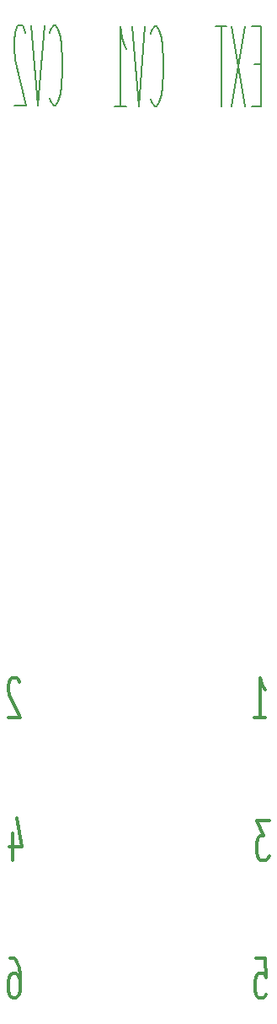
<source format=gbr>
%TF.GenerationSoftware,KiCad,Pcbnew,(6.0.10-0)*%
%TF.CreationDate,2023-02-15T20:01:37+02:00*%
%TF.ProjectId,panel,70616e65-6c2e-46b6-9963-61645f706362,rev?*%
%TF.SameCoordinates,Original*%
%TF.FileFunction,Soldermask,Bot*%
%TF.FilePolarity,Negative*%
%FSLAX46Y46*%
G04 Gerber Fmt 4.6, Leading zero omitted, Abs format (unit mm)*
G04 Created by KiCad (PCBNEW (6.0.10-0)) date 2023-02-15 20:01:37*
%MOMM*%
%LPD*%
G01*
G04 APERTURE LIST*
%ADD10C,0.300000*%
%ADD11C,0.200000*%
G04 APERTURE END LIST*
D10*
X62169047Y-144909523D02*
X62550000Y-144909523D01*
X62740476Y-145100000D01*
X62835714Y-145290476D01*
X63026190Y-145861904D01*
X63121428Y-146623809D01*
X63121428Y-148147619D01*
X63026190Y-148528571D01*
X62930952Y-148719047D01*
X62740476Y-148909523D01*
X62359523Y-148909523D01*
X62169047Y-148719047D01*
X62073809Y-148528571D01*
X61978571Y-148147619D01*
X61978571Y-147195238D01*
X62073809Y-146814285D01*
X62169047Y-146623809D01*
X62359523Y-146433333D01*
X62740476Y-146433333D01*
X62930952Y-146623809D01*
X63026190Y-146814285D01*
X63121428Y-147195238D01*
X86823809Y-144909523D02*
X87776190Y-144909523D01*
X87871428Y-146814285D01*
X87776190Y-146623809D01*
X87585714Y-146433333D01*
X87109523Y-146433333D01*
X86919047Y-146623809D01*
X86823809Y-146814285D01*
X86728571Y-147195238D01*
X86728571Y-148147619D01*
X86823809Y-148528571D01*
X86919047Y-148719047D01*
X87109523Y-148909523D01*
X87585714Y-148909523D01*
X87776190Y-148719047D01*
X87871428Y-148528571D01*
X62369047Y-132392857D02*
X62369047Y-135059523D01*
X62845238Y-130869047D02*
X63321428Y-133726190D01*
X62083333Y-133726190D01*
X88166666Y-131059523D02*
X86928571Y-131059523D01*
X87595238Y-132583333D01*
X87309523Y-132583333D01*
X87119047Y-132773809D01*
X87023809Y-132964285D01*
X86928571Y-133345238D01*
X86928571Y-134297619D01*
X87023809Y-134678571D01*
X87119047Y-134869047D01*
X87309523Y-135059523D01*
X87880952Y-135059523D01*
X88071428Y-134869047D01*
X88166666Y-134678571D01*
X63071428Y-117190476D02*
X62976190Y-117000000D01*
X62785714Y-116809523D01*
X62309523Y-116809523D01*
X62119047Y-117000000D01*
X62023809Y-117190476D01*
X61928571Y-117571428D01*
X61928571Y-117952380D01*
X62023809Y-118523809D01*
X63166666Y-120809523D01*
X61928571Y-120809523D01*
X86678571Y-120809523D02*
X87821428Y-120809523D01*
X87250000Y-120809523D02*
X87250000Y-116809523D01*
X87440476Y-117380952D01*
X87630952Y-117761904D01*
X87821428Y-117952380D01*
D11*
X66140476Y-58607142D02*
X66235714Y-58988095D01*
X66521428Y-59369047D01*
X66711904Y-59369047D01*
X66997619Y-58988095D01*
X67188095Y-58226190D01*
X67283333Y-57464285D01*
X67378571Y-55940476D01*
X67378571Y-54797619D01*
X67283333Y-53273809D01*
X67188095Y-52511904D01*
X66997619Y-51750000D01*
X66711904Y-51369047D01*
X66521428Y-51369047D01*
X66235714Y-51750000D01*
X66140476Y-52130952D01*
X65569047Y-51369047D02*
X64902380Y-59369047D01*
X64235714Y-51369047D01*
X63664285Y-52130952D02*
X63569047Y-51750000D01*
X63378571Y-51369047D01*
X62902380Y-51369047D01*
X62711904Y-51750000D01*
X62616666Y-52130952D01*
X62521428Y-52892857D01*
X62521428Y-53654761D01*
X62616666Y-54797619D01*
X63759523Y-59369047D01*
X62521428Y-59369047D01*
X76290476Y-58707142D02*
X76385714Y-59088095D01*
X76671428Y-59469047D01*
X76861904Y-59469047D01*
X77147619Y-59088095D01*
X77338095Y-58326190D01*
X77433333Y-57564285D01*
X77528571Y-56040476D01*
X77528571Y-54897619D01*
X77433333Y-53373809D01*
X77338095Y-52611904D01*
X77147619Y-51850000D01*
X76861904Y-51469047D01*
X76671428Y-51469047D01*
X76385714Y-51850000D01*
X76290476Y-52230952D01*
X75719047Y-51469047D02*
X75052380Y-59469047D01*
X74385714Y-51469047D01*
X72671428Y-59469047D02*
X73814285Y-59469047D01*
X73242857Y-59469047D02*
X73242857Y-51469047D01*
X73433333Y-52611904D01*
X73623809Y-53373809D01*
X73814285Y-53754761D01*
X87342857Y-55278571D02*
X86676190Y-55278571D01*
X86390476Y-59469047D02*
X87342857Y-59469047D01*
X87342857Y-51469047D01*
X86390476Y-51469047D01*
X85723809Y-51469047D02*
X84390476Y-59469047D01*
X84390476Y-51469047D02*
X85723809Y-59469047D01*
X83914285Y-51469047D02*
X82771428Y-51469047D01*
X83342857Y-59469047D02*
X83342857Y-51469047D01*
M02*

</source>
